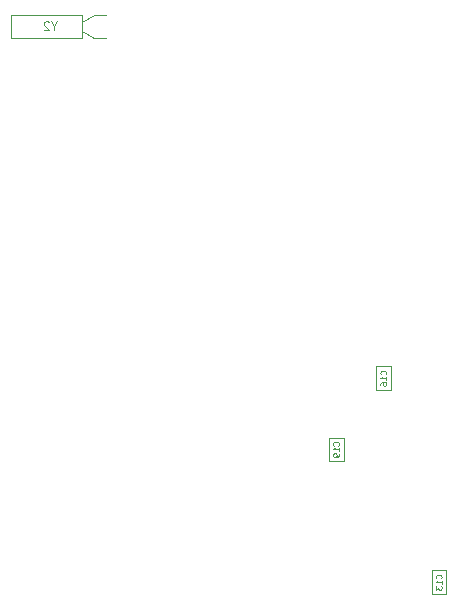
<source format=gbr>
%TF.GenerationSoftware,KiCad,Pcbnew,(5.1.12)-1*%
%TF.CreationDate,2022-08-10T11:31:24+05:30*%
%TF.ProjectId,AGV_SENSOR_PCB_2,4147565f-5345-44e5-934f-525f5043425f,rev?*%
%TF.SameCoordinates,Original*%
%TF.FileFunction,AssemblyDrawing,Bot*%
%FSLAX46Y46*%
G04 Gerber Fmt 4.6, Leading zero omitted, Abs format (unit mm)*
G04 Created by KiCad (PCBNEW (5.1.12)-1) date 2022-08-10 11:31:24*
%MOMM*%
%LPD*%
G01*
G04 APERTURE LIST*
%ADD10C,0.100000*%
%ADD11C,0.080000*%
%ADD12C,0.105000*%
G04 APERTURE END LIST*
D10*
%TO.C,C13*%
X183251000Y-119425000D02*
X183251000Y-117425000D01*
X182001000Y-119425000D02*
X183251000Y-119425000D01*
X182001000Y-117425000D02*
X182001000Y-119425000D01*
X183251000Y-117425000D02*
X182001000Y-117425000D01*
%TO.C,C16*%
X178552000Y-100155500D02*
X177302000Y-100155500D01*
X177302000Y-100155500D02*
X177302000Y-102155500D01*
X177302000Y-102155500D02*
X178552000Y-102155500D01*
X178552000Y-102155500D02*
X178552000Y-100155500D01*
%TO.C,C19*%
X174551500Y-108188000D02*
X174551500Y-106188000D01*
X173301500Y-108188000D02*
X174551500Y-108188000D01*
X173301500Y-106188000D02*
X173301500Y-108188000D01*
X174551500Y-106188000D02*
X173301500Y-106188000D01*
%TO.C,Y2*%
X153432000Y-70426500D02*
X154432000Y-70426500D01*
X152432000Y-71026500D02*
X153432000Y-70426500D01*
X153432000Y-72326500D02*
X154432000Y-72326500D01*
X152432000Y-71726500D02*
X153432000Y-72326500D01*
X152432000Y-70376500D02*
X152432000Y-72376500D01*
X146432000Y-70376500D02*
X152432000Y-70376500D01*
X146432000Y-72376500D02*
X146432000Y-70376500D01*
X152432000Y-72376500D02*
X146432000Y-72376500D01*
%TD*%
%TO.C,C13*%
D11*
X182804571Y-118103571D02*
X182828380Y-118079761D01*
X182852190Y-118008333D01*
X182852190Y-117960714D01*
X182828380Y-117889285D01*
X182780761Y-117841666D01*
X182733142Y-117817857D01*
X182637904Y-117794047D01*
X182566476Y-117794047D01*
X182471238Y-117817857D01*
X182423619Y-117841666D01*
X182376000Y-117889285D01*
X182352190Y-117960714D01*
X182352190Y-118008333D01*
X182376000Y-118079761D01*
X182399809Y-118103571D01*
X182852190Y-118579761D02*
X182852190Y-118294047D01*
X182852190Y-118436904D02*
X182352190Y-118436904D01*
X182423619Y-118389285D01*
X182471238Y-118341666D01*
X182495047Y-118294047D01*
X182352190Y-118746428D02*
X182352190Y-119055952D01*
X182542666Y-118889285D01*
X182542666Y-118960714D01*
X182566476Y-119008333D01*
X182590285Y-119032142D01*
X182637904Y-119055952D01*
X182756952Y-119055952D01*
X182804571Y-119032142D01*
X182828380Y-119008333D01*
X182852190Y-118960714D01*
X182852190Y-118817857D01*
X182828380Y-118770238D01*
X182804571Y-118746428D01*
%TO.C,C16*%
X178105571Y-100834071D02*
X178129380Y-100810261D01*
X178153190Y-100738833D01*
X178153190Y-100691214D01*
X178129380Y-100619785D01*
X178081761Y-100572166D01*
X178034142Y-100548357D01*
X177938904Y-100524547D01*
X177867476Y-100524547D01*
X177772238Y-100548357D01*
X177724619Y-100572166D01*
X177677000Y-100619785D01*
X177653190Y-100691214D01*
X177653190Y-100738833D01*
X177677000Y-100810261D01*
X177700809Y-100834071D01*
X178153190Y-101310261D02*
X178153190Y-101024547D01*
X178153190Y-101167404D02*
X177653190Y-101167404D01*
X177724619Y-101119785D01*
X177772238Y-101072166D01*
X177796047Y-101024547D01*
X177653190Y-101738833D02*
X177653190Y-101643595D01*
X177677000Y-101595976D01*
X177700809Y-101572166D01*
X177772238Y-101524547D01*
X177867476Y-101500738D01*
X178057952Y-101500738D01*
X178105571Y-101524547D01*
X178129380Y-101548357D01*
X178153190Y-101595976D01*
X178153190Y-101691214D01*
X178129380Y-101738833D01*
X178105571Y-101762642D01*
X178057952Y-101786452D01*
X177938904Y-101786452D01*
X177891285Y-101762642D01*
X177867476Y-101738833D01*
X177843666Y-101691214D01*
X177843666Y-101595976D01*
X177867476Y-101548357D01*
X177891285Y-101524547D01*
X177938904Y-101500738D01*
%TO.C,C19*%
X174105071Y-106866571D02*
X174128880Y-106842761D01*
X174152690Y-106771333D01*
X174152690Y-106723714D01*
X174128880Y-106652285D01*
X174081261Y-106604666D01*
X174033642Y-106580857D01*
X173938404Y-106557047D01*
X173866976Y-106557047D01*
X173771738Y-106580857D01*
X173724119Y-106604666D01*
X173676500Y-106652285D01*
X173652690Y-106723714D01*
X173652690Y-106771333D01*
X173676500Y-106842761D01*
X173700309Y-106866571D01*
X174152690Y-107342761D02*
X174152690Y-107057047D01*
X174152690Y-107199904D02*
X173652690Y-107199904D01*
X173724119Y-107152285D01*
X173771738Y-107104666D01*
X173795547Y-107057047D01*
X174152690Y-107580857D02*
X174152690Y-107676095D01*
X174128880Y-107723714D01*
X174105071Y-107747523D01*
X174033642Y-107795142D01*
X173938404Y-107818952D01*
X173747928Y-107818952D01*
X173700309Y-107795142D01*
X173676500Y-107771333D01*
X173652690Y-107723714D01*
X173652690Y-107628476D01*
X173676500Y-107580857D01*
X173700309Y-107557047D01*
X173747928Y-107533238D01*
X173866976Y-107533238D01*
X173914595Y-107557047D01*
X173938404Y-107580857D01*
X173962214Y-107628476D01*
X173962214Y-107723714D01*
X173938404Y-107771333D01*
X173914595Y-107795142D01*
X173866976Y-107818952D01*
%TO.C,Y2*%
D12*
X150015333Y-71309833D02*
X150015333Y-71643166D01*
X150248666Y-70943166D02*
X150015333Y-71309833D01*
X149782000Y-70943166D01*
X149582000Y-71009833D02*
X149548666Y-70976500D01*
X149482000Y-70943166D01*
X149315333Y-70943166D01*
X149248666Y-70976500D01*
X149215333Y-71009833D01*
X149182000Y-71076500D01*
X149182000Y-71143166D01*
X149215333Y-71243166D01*
X149615333Y-71643166D01*
X149182000Y-71643166D01*
%TD*%
M02*

</source>
